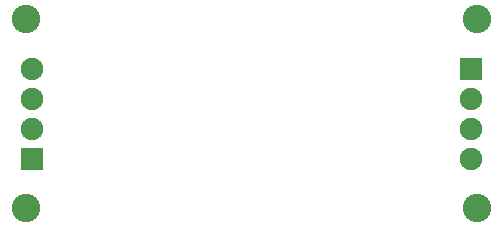
<source format=gbr>
%TF.GenerationSoftware,KiCad,Pcbnew,(5.1.6)-1*%
%TF.CreationDate,2020-09-29T08:48:28+08:00*%
%TF.ProjectId,Crenshaw,4372656e-7368-4617-972e-6b696361645f,rev?*%
%TF.SameCoordinates,Original*%
%TF.FileFunction,Soldermask,Bot*%
%TF.FilePolarity,Negative*%
%FSLAX46Y46*%
G04 Gerber Fmt 4.6, Leading zero omitted, Abs format (unit mm)*
G04 Created by KiCad (PCBNEW (5.1.6)-1) date 2020-09-29 08:48:28*
%MOMM*%
%LPD*%
G01*
G04 APERTURE LIST*
%ADD10O,1.904000X1.904000*%
%ADD11R,1.904000X1.904000*%
%ADD12C,2.404000*%
G04 APERTURE END LIST*
D10*
%TO.C,J3*%
X200600000Y-115060000D03*
X200600000Y-112520000D03*
X200600000Y-109980000D03*
D11*
X200600000Y-107440000D03*
%TD*%
D10*
%TO.C,J2*%
X163400000Y-107440000D03*
X163400000Y-109980000D03*
X163400000Y-112520000D03*
D11*
X163400000Y-115060000D03*
%TD*%
D12*
%TO.C,REF\u002A\u002A*%
X201100000Y-103249998D03*
%TD*%
%TO.C,REF\u002A\u002A*%
X162900001Y-119250001D03*
%TD*%
%TO.C,REF\u002A\u002A*%
X162900001Y-103249999D03*
%TD*%
%TO.C,REF\u002A\u002A*%
X201100000Y-119250002D03*
%TD*%
M02*

</source>
